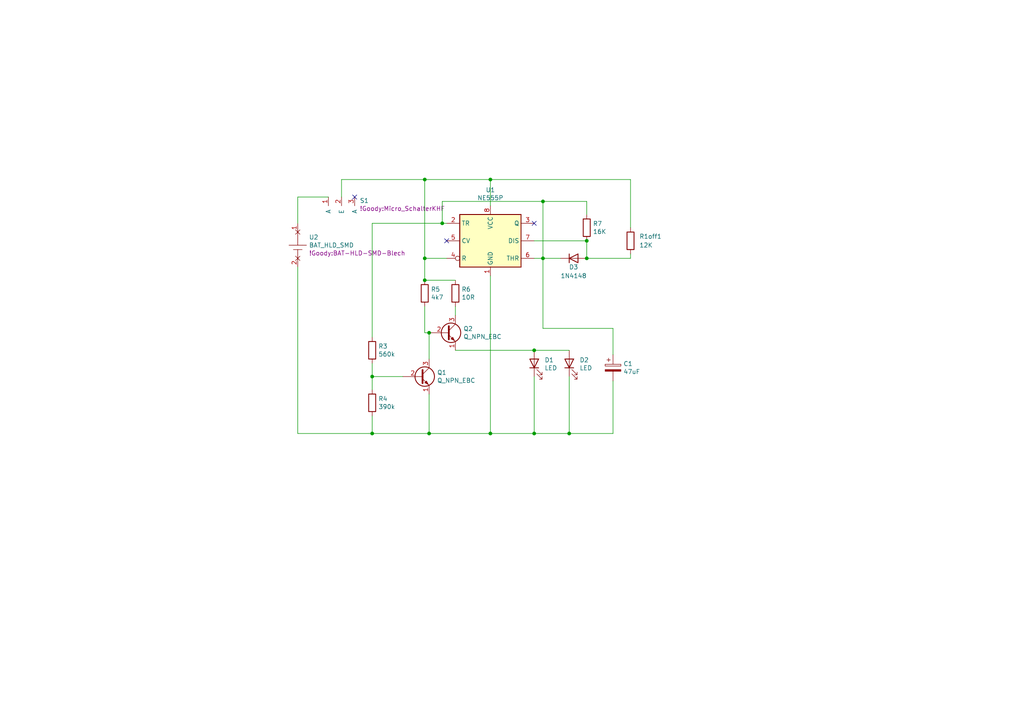
<source format=kicad_sch>
(kicad_sch
	(version 20250114)
	(generator "eeschema")
	(generator_version "9.0")
	(uuid "efb24ac0-eee7-4be9-a870-bb3dd21fc5d2")
	(paper "A4")
	(lib_symbols
		(symbol "!Goody:BAT_HLD_SMD"
			(pin_names
				(offset 1.016)
			)
			(exclude_from_sim no)
			(in_bom yes)
			(on_board yes)
			(property "Reference" "U"
				(at -5.08 0 0)
				(effects
					(font
						(size 1.27 1.27)
					)
				)
			)
			(property "Value" "BAT_HLD_SMD"
				(at -10.16 3.81 0)
				(effects
					(font
						(size 1.27 1.27)
					)
				)
			)
			(property "Footprint" "KHF_LIB:BAT-HLD-SMD"
				(at -15.24 6.35 0)
				(effects
					(font
						(size 1.27 1.27)
					)
				)
			)
			(property "Datasheet" ""
				(at -5.08 0 0)
				(effects
					(font
						(size 1.27 1.27)
					)
					(hide yes)
				)
			)
			(property "Description" "2032 SMD"
				(at 0 0 0)
				(effects
					(font
						(size 1.27 1.27)
					)
					(hide yes)
				)
			)
			(symbol "BAT_HLD_SMD_0_1"
				(rectangle
					(start -1.27 0)
					(end -2.54 0)
					(stroke
						(width 0)
						(type solid)
					)
					(fill
						(type none)
					)
				)
				(rectangle
					(start -1.27 0)
					(end 1.27 0)
					(stroke
						(width 0)
						(type solid)
					)
					(fill
						(type none)
					)
				)
				(rectangle
					(start -1.27 -1.27)
					(end 1.27 -1.27)
					(stroke
						(width 0)
						(type solid)
					)
					(fill
						(type none)
					)
				)
				(polyline
					(pts
						(xy 0 0) (xy 0 3.81)
					)
					(stroke
						(width 0)
						(type solid)
					)
					(fill
						(type none)
					)
				)
				(polyline
					(pts
						(xy 0 -3.81) (xy 0 -1.27)
					)
					(stroke
						(width 0)
						(type solid)
					)
					(fill
						(type none)
					)
				)
				(polyline
					(pts
						(xy 1.27 0) (xy 2.54 0)
					)
					(stroke
						(width 0)
						(type solid)
					)
					(fill
						(type none)
					)
				)
			)
			(symbol "BAT_HLD_SMD_1_1"
				(pin power_out non_logic
					(at 0 6.35 270)
					(length 2.54)
					(name "~"
						(effects
							(font
								(size 1.27 1.27)
							)
						)
					)
					(number "1"
						(effects
							(font
								(size 1.27 1.27)
							)
						)
					)
				)
				(pin power_out non_logic
					(at 0 -6.35 90)
					(length 2.54)
					(name "~"
						(effects
							(font
								(size 1.27 1.27)
							)
						)
					)
					(number "2"
						(effects
							(font
								(size 1.27 1.27)
							)
						)
					)
				)
			)
			(embedded_fonts no)
		)
		(symbol "!Goody:ELKO"
			(pin_numbers
				(hide yes)
			)
			(pin_names
				(offset 0.254)
			)
			(exclude_from_sim no)
			(in_bom yes)
			(on_board yes)
			(property "Reference" "C"
				(at 0.635 2.54 0)
				(effects
					(font
						(size 1.27 1.27)
					)
					(justify left)
				)
			)
			(property "Value" "ELKO"
				(at 0.635 -2.54 0)
				(effects
					(font
						(size 1.27 1.27)
					)
					(justify left)
				)
			)
			(property "Footprint" ""
				(at 0.9652 -3.81 0)
				(effects
					(font
						(size 1.27 1.27)
					)
					(hide yes)
				)
			)
			(property "Datasheet" "~"
				(at 0 0 0)
				(effects
					(font
						(size 1.27 1.27)
					)
					(hide yes)
				)
			)
			(property "Description" "ELKO"
				(at 0 0 0)
				(effects
					(font
						(size 1.27 1.27)
					)
					(hide yes)
				)
			)
			(property "ki_keywords" "cap capacitor"
				(at 0 0 0)
				(effects
					(font
						(size 1.27 1.27)
					)
					(hide yes)
				)
			)
			(property "ki_fp_filters" "CP_*"
				(at 0 0 0)
				(effects
					(font
						(size 1.27 1.27)
					)
					(hide yes)
				)
			)
			(symbol "ELKO_0_1"
				(rectangle
					(start -2.286 0.508)
					(end 2.286 1.016)
					(stroke
						(width 0)
						(type solid)
					)
					(fill
						(type none)
					)
				)
				(polyline
					(pts
						(xy -1.778 2.286) (xy -0.762 2.286)
					)
					(stroke
						(width 0)
						(type solid)
					)
					(fill
						(type none)
					)
				)
				(polyline
					(pts
						(xy -1.27 2.794) (xy -1.27 1.778)
					)
					(stroke
						(width 0)
						(type solid)
					)
					(fill
						(type none)
					)
				)
				(rectangle
					(start 2.286 -0.508)
					(end -2.286 -1.016)
					(stroke
						(width 0)
						(type solid)
					)
					(fill
						(type outline)
					)
				)
			)
			(symbol "ELKO_1_1"
				(pin passive line
					(at 0 3.81 270)
					(length 2.794)
					(name "~"
						(effects
							(font
								(size 1.27 1.27)
							)
						)
					)
					(number "1"
						(effects
							(font
								(size 1.27 1.27)
							)
						)
					)
				)
				(pin passive line
					(at 0 -3.81 90)
					(length 2.794)
					(name "~"
						(effects
							(font
								(size 1.27 1.27)
							)
						)
					)
					(number "2"
						(effects
							(font
								(size 1.27 1.27)
							)
						)
					)
				)
			)
			(embedded_fonts no)
		)
		(symbol "!Goody:LED"
			(pin_numbers
				(hide yes)
			)
			(pin_names
				(offset 1.016)
				(hide yes)
			)
			(exclude_from_sim no)
			(in_bom yes)
			(on_board yes)
			(property "Reference" "D"
				(at 0 2.54 0)
				(effects
					(font
						(size 1.27 1.27)
					)
				)
			)
			(property "Value" "LED"
				(at 2.54 -2.54 90)
				(effects
					(font
						(size 1.27 1.27)
					)
				)
			)
			(property "Footprint" "LED_THT:LED_D5.0mm"
				(at 0 5.08 0)
				(effects
					(font
						(size 1.27 1.27)
					)
					(hide yes)
				)
			)
			(property "Datasheet" ""
				(at 0 -2.54 90)
				(effects
					(font
						(size 1.27 1.27)
					)
					(hide yes)
				)
			)
			(property "Description" "LED 5mm"
				(at 0 0 0)
				(effects
					(font
						(size 1.27 1.27)
					)
					(hide yes)
				)
			)
			(property "ki_fp_filters" "LED* LED_SMD:* LED_THT:*"
				(at 0 0 0)
				(effects
					(font
						(size 1.27 1.27)
					)
					(hide yes)
				)
			)
			(symbol "LED_0_1"
				(polyline
					(pts
						(xy 0 -3.81) (xy 0 -1.27)
					)
					(stroke
						(width 0)
						(type solid)
					)
					(fill
						(type none)
					)
				)
				(polyline
					(pts
						(xy 0.762 -4.318) (xy 2.286 -5.842) (xy 2.286 -5.08) (xy 2.286 -5.842) (xy 1.524 -5.842)
					)
					(stroke
						(width 0)
						(type solid)
					)
					(fill
						(type none)
					)
				)
				(polyline
					(pts
						(xy 0.762 -5.588) (xy 2.286 -7.112) (xy 2.286 -6.35) (xy 2.286 -7.112) (xy 1.524 -7.112)
					)
					(stroke
						(width 0)
						(type solid)
					)
					(fill
						(type none)
					)
				)
				(polyline
					(pts
						(xy 1.27 -1.27) (xy -1.27 -1.27) (xy 0 -3.81) (xy 1.27 -1.27)
					)
					(stroke
						(width 0.254)
						(type solid)
					)
					(fill
						(type none)
					)
				)
				(polyline
					(pts
						(xy 1.27 -3.81) (xy -1.27 -3.81)
					)
					(stroke
						(width 0.254)
						(type solid)
					)
					(fill
						(type none)
					)
				)
			)
			(symbol "LED_1_1"
				(pin passive line
					(at 0 1.27 270)
					(length 2.54)
					(name "A"
						(effects
							(font
								(size 1.27 1.27)
							)
						)
					)
					(number "2"
						(effects
							(font
								(size 1.27 1.27)
							)
						)
					)
				)
				(pin passive line
					(at 0 -6.35 90)
					(length 2.54)
					(name "K"
						(effects
							(font
								(size 1.27 1.27)
							)
						)
					)
					(number "1"
						(effects
							(font
								(size 1.27 1.27)
							)
						)
					)
				)
			)
			(embedded_fonts no)
		)
		(symbol "!Goody:Micro_Schalter"
			(pin_names
				(offset 1.016)
			)
			(exclude_from_sim no)
			(in_bom yes)
			(on_board yes)
			(property "Reference" "S"
				(at 0 0 0)
				(effects
					(font
						(size 1.27 1.27)
					)
				)
			)
			(property "Value" "Micro_Schalter"
				(at 0 5.08 0)
				(effects
					(font
						(size 1.27 1.27)
					)
					(hide yes)
				)
			)
			(property "Footprint" "KHF_LIB:Micro_SchalterKHF"
				(at 0 0 0)
				(effects
					(font
						(size 1.27 1.27)
					)
				)
			)
			(property "Datasheet" ""
				(at 0 0 0)
				(effects
					(font
						(size 1.27 1.27)
					)
					(hide yes)
				)
			)
			(property "Description" "Micro_Schalter"
				(at 0 0 0)
				(effects
					(font
						(size 1.27 1.27)
					)
					(hide yes)
				)
			)
			(symbol "Micro_Schalter_1_1"
				(pin passive line
					(at -3.81 -2.54 270)
					(length 2.54)
					(name "A"
						(effects
							(font
								(size 1.27 1.27)
							)
						)
					)
					(number "1"
						(effects
							(font
								(size 1.27 1.27)
							)
						)
					)
				)
				(pin passive line
					(at 0 -2.54 270)
					(length 2.54)
					(name "E"
						(effects
							(font
								(size 1.27 1.27)
							)
						)
					)
					(number "2"
						(effects
							(font
								(size 1.27 1.27)
							)
						)
					)
				)
				(pin passive line
					(at 3.81 -2.54 270)
					(length 2.54)
					(name "A"
						(effects
							(font
								(size 1.27 1.27)
							)
						)
					)
					(number "3"
						(effects
							(font
								(size 1.27 1.27)
							)
						)
					)
				)
			)
			(embedded_fonts no)
		)
		(symbol "!Goody:R"
			(pin_numbers
				(hide yes)
			)
			(pin_names
				(offset 0)
			)
			(exclude_from_sim no)
			(in_bom yes)
			(on_board yes)
			(property "Reference" "R"
				(at 2.032 0 90)
				(effects
					(font
						(size 1.27 1.27)
					)
				)
			)
			(property "Value" "R"
				(at 0 0 90)
				(effects
					(font
						(size 1.27 1.27)
					)
				)
			)
			(property "Footprint" "Resistor_THT:R_Axial_DIN0411_L9.9mm_D3.6mm_P12.70mm_Horizontal"
				(at -1.778 0 90)
				(effects
					(font
						(size 1.27 1.27)
					)
					(hide yes)
				)
			)
			(property "Datasheet" "~"
				(at 0 0 0)
				(effects
					(font
						(size 1.27 1.27)
					)
					(hide yes)
				)
			)
			(property "Description" "Resistor"
				(at 0 0 0)
				(effects
					(font
						(size 1.27 1.27)
					)
					(hide yes)
				)
			)
			(property "ki_keywords" "R res resistor"
				(at 0 0 0)
				(effects
					(font
						(size 1.27 1.27)
					)
					(hide yes)
				)
			)
			(property "ki_fp_filters" "R_*"
				(at 0 0 0)
				(effects
					(font
						(size 1.27 1.27)
					)
					(hide yes)
				)
			)
			(symbol "R_0_1"
				(rectangle
					(start -1.016 -2.54)
					(end 1.016 2.54)
					(stroke
						(width 0.254)
						(type solid)
					)
					(fill
						(type none)
					)
				)
			)
			(symbol "R_1_1"
				(pin passive line
					(at 0 3.81 270)
					(length 1.27)
					(name "~"
						(effects
							(font
								(size 1.27 1.27)
							)
						)
					)
					(number "1"
						(effects
							(font
								(size 1.27 1.27)
							)
						)
					)
				)
				(pin passive line
					(at 0 -3.81 90)
					(length 1.27)
					(name "~"
						(effects
							(font
								(size 1.27 1.27)
							)
						)
					)
					(number "2"
						(effects
							(font
								(size 1.27 1.27)
							)
						)
					)
				)
			)
			(embedded_fonts no)
		)
		(symbol "Device:Q_NPN_EBC"
			(pin_names
				(offset 0)
				(hide yes)
			)
			(exclude_from_sim no)
			(in_bom yes)
			(on_board yes)
			(property "Reference" "Q"
				(at 5.08 1.27 0)
				(effects
					(font
						(size 1.27 1.27)
					)
					(justify left)
				)
			)
			(property "Value" "Q_NPN_EBC"
				(at 5.08 -1.27 0)
				(effects
					(font
						(size 1.27 1.27)
					)
					(justify left)
				)
			)
			(property "Footprint" ""
				(at 5.08 2.54 0)
				(effects
					(font
						(size 1.27 1.27)
					)
					(hide yes)
				)
			)
			(property "Datasheet" "~"
				(at 0 0 0)
				(effects
					(font
						(size 1.27 1.27)
					)
					(hide yes)
				)
			)
			(property "Description" "NPN transistor, emitter/base/collector"
				(at 0 0 0)
				(effects
					(font
						(size 1.27 1.27)
					)
					(hide yes)
				)
			)
			(property "ki_keywords" "transistor NPN"
				(at 0 0 0)
				(effects
					(font
						(size 1.27 1.27)
					)
					(hide yes)
				)
			)
			(symbol "Q_NPN_EBC_0_1"
				(polyline
					(pts
						(xy 0.635 1.905) (xy 0.635 -1.905) (xy 0.635 -1.905)
					)
					(stroke
						(width 0.508)
						(type default)
					)
					(fill
						(type none)
					)
				)
				(polyline
					(pts
						(xy 0.635 0.635) (xy 2.54 2.54)
					)
					(stroke
						(width 0)
						(type default)
					)
					(fill
						(type none)
					)
				)
				(polyline
					(pts
						(xy 0.635 -0.635) (xy 2.54 -2.54) (xy 2.54 -2.54)
					)
					(stroke
						(width 0)
						(type default)
					)
					(fill
						(type none)
					)
				)
				(circle
					(center 1.27 0)
					(radius 2.8194)
					(stroke
						(width 0.254)
						(type default)
					)
					(fill
						(type none)
					)
				)
				(polyline
					(pts
						(xy 1.27 -1.778) (xy 1.778 -1.27) (xy 2.286 -2.286) (xy 1.27 -1.778) (xy 1.27 -1.778)
					)
					(stroke
						(width 0)
						(type default)
					)
					(fill
						(type outline)
					)
				)
			)
			(symbol "Q_NPN_EBC_1_1"
				(pin passive line
					(at -5.08 0 0)
					(length 5.715)
					(name "B"
						(effects
							(font
								(size 1.27 1.27)
							)
						)
					)
					(number "2"
						(effects
							(font
								(size 1.27 1.27)
							)
						)
					)
				)
				(pin passive line
					(at 2.54 5.08 270)
					(length 2.54)
					(name "C"
						(effects
							(font
								(size 1.27 1.27)
							)
						)
					)
					(number "3"
						(effects
							(font
								(size 1.27 1.27)
							)
						)
					)
				)
				(pin passive line
					(at 2.54 -5.08 90)
					(length 2.54)
					(name "E"
						(effects
							(font
								(size 1.27 1.27)
							)
						)
					)
					(number "1"
						(effects
							(font
								(size 1.27 1.27)
							)
						)
					)
				)
			)
			(embedded_fonts no)
		)
		(symbol "Diode:1N4148"
			(pin_numbers
				(hide yes)
			)
			(pin_names
				(hide yes)
			)
			(exclude_from_sim no)
			(in_bom yes)
			(on_board yes)
			(property "Reference" "D"
				(at 0 2.54 0)
				(effects
					(font
						(size 1.27 1.27)
					)
				)
			)
			(property "Value" "1N4148"
				(at 0 -2.54 0)
				(effects
					(font
						(size 1.27 1.27)
					)
				)
			)
			(property "Footprint" "Diode_THT:D_DO-35_SOD27_P7.62mm_Horizontal"
				(at 0 0 0)
				(effects
					(font
						(size 1.27 1.27)
					)
					(hide yes)
				)
			)
			(property "Datasheet" "https://assets.nexperia.com/documents/data-sheet/1N4148_1N4448.pdf"
				(at 0 0 0)
				(effects
					(font
						(size 1.27 1.27)
					)
					(hide yes)
				)
			)
			(property "Description" "100V 0.15A standard switching diode, DO-35"
				(at 0 0 0)
				(effects
					(font
						(size 1.27 1.27)
					)
					(hide yes)
				)
			)
			(property "Sim.Device" "D"
				(at 0 0 0)
				(effects
					(font
						(size 1.27 1.27)
					)
					(hide yes)
				)
			)
			(property "Sim.Pins" "1=K 2=A"
				(at 0 0 0)
				(effects
					(font
						(size 1.27 1.27)
					)
					(hide yes)
				)
			)
			(property "ki_keywords" "diode"
				(at 0 0 0)
				(effects
					(font
						(size 1.27 1.27)
					)
					(hide yes)
				)
			)
			(property "ki_fp_filters" "D*DO?35*"
				(at 0 0 0)
				(effects
					(font
						(size 1.27 1.27)
					)
					(hide yes)
				)
			)
			(symbol "1N4148_0_1"
				(polyline
					(pts
						(xy -1.27 1.27) (xy -1.27 -1.27)
					)
					(stroke
						(width 0.254)
						(type default)
					)
					(fill
						(type none)
					)
				)
				(polyline
					(pts
						(xy 1.27 1.27) (xy 1.27 -1.27) (xy -1.27 0) (xy 1.27 1.27)
					)
					(stroke
						(width 0.254)
						(type default)
					)
					(fill
						(type none)
					)
				)
				(polyline
					(pts
						(xy 1.27 0) (xy -1.27 0)
					)
					(stroke
						(width 0)
						(type default)
					)
					(fill
						(type none)
					)
				)
			)
			(symbol "1N4148_1_1"
				(pin passive line
					(at -3.81 0 0)
					(length 2.54)
					(name "K"
						(effects
							(font
								(size 1.27 1.27)
							)
						)
					)
					(number "1"
						(effects
							(font
								(size 1.27 1.27)
							)
						)
					)
				)
				(pin passive line
					(at 3.81 0 180)
					(length 2.54)
					(name "A"
						(effects
							(font
								(size 1.27 1.27)
							)
						)
					)
					(number "2"
						(effects
							(font
								(size 1.27 1.27)
							)
						)
					)
				)
			)
			(embedded_fonts no)
		)
		(symbol "Timer:NE555P"
			(exclude_from_sim no)
			(in_bom yes)
			(on_board yes)
			(property "Reference" "U"
				(at -10.16 8.89 0)
				(effects
					(font
						(size 1.27 1.27)
					)
					(justify left)
				)
			)
			(property "Value" "NE555P"
				(at 2.54 8.89 0)
				(effects
					(font
						(size 1.27 1.27)
					)
					(justify left)
				)
			)
			(property "Footprint" "Package_DIP:DIP-8_W7.62mm"
				(at 16.51 -10.16 0)
				(effects
					(font
						(size 1.27 1.27)
					)
					(hide yes)
				)
			)
			(property "Datasheet" "http://www.ti.com/lit/ds/symlink/ne555.pdf"
				(at 21.59 -10.16 0)
				(effects
					(font
						(size 1.27 1.27)
					)
					(hide yes)
				)
			)
			(property "Description" "Precision Timers, 555 compatible,  PDIP-8"
				(at 0 0 0)
				(effects
					(font
						(size 1.27 1.27)
					)
					(hide yes)
				)
			)
			(property "ki_keywords" "single timer 555"
				(at 0 0 0)
				(effects
					(font
						(size 1.27 1.27)
					)
					(hide yes)
				)
			)
			(property "ki_fp_filters" "DIP*W7.62mm*"
				(at 0 0 0)
				(effects
					(font
						(size 1.27 1.27)
					)
					(hide yes)
				)
			)
			(symbol "NE555P_0_0"
				(pin power_in line
					(at 0 10.16 270)
					(length 2.54)
					(name "VCC"
						(effects
							(font
								(size 1.27 1.27)
							)
						)
					)
					(number "8"
						(effects
							(font
								(size 1.27 1.27)
							)
						)
					)
				)
				(pin power_in line
					(at 0 -10.16 90)
					(length 2.54)
					(name "GND"
						(effects
							(font
								(size 1.27 1.27)
							)
						)
					)
					(number "1"
						(effects
							(font
								(size 1.27 1.27)
							)
						)
					)
				)
			)
			(symbol "NE555P_0_1"
				(rectangle
					(start -8.89 -7.62)
					(end 8.89 7.62)
					(stroke
						(width 0.254)
						(type default)
					)
					(fill
						(type background)
					)
				)
				(rectangle
					(start -8.89 -7.62)
					(end 8.89 7.62)
					(stroke
						(width 0.254)
						(type default)
					)
					(fill
						(type background)
					)
				)
			)
			(symbol "NE555P_1_1"
				(pin input line
					(at -12.7 5.08 0)
					(length 3.81)
					(name "TR"
						(effects
							(font
								(size 1.27 1.27)
							)
						)
					)
					(number "2"
						(effects
							(font
								(size 1.27 1.27)
							)
						)
					)
				)
				(pin input line
					(at -12.7 0 0)
					(length 3.81)
					(name "CV"
						(effects
							(font
								(size 1.27 1.27)
							)
						)
					)
					(number "5"
						(effects
							(font
								(size 1.27 1.27)
							)
						)
					)
				)
				(pin input inverted
					(at -12.7 -5.08 0)
					(length 3.81)
					(name "R"
						(effects
							(font
								(size 1.27 1.27)
							)
						)
					)
					(number "4"
						(effects
							(font
								(size 1.27 1.27)
							)
						)
					)
				)
				(pin output line
					(at 12.7 5.08 180)
					(length 3.81)
					(name "Q"
						(effects
							(font
								(size 1.27 1.27)
							)
						)
					)
					(number "3"
						(effects
							(font
								(size 1.27 1.27)
							)
						)
					)
				)
				(pin input line
					(at 12.7 0 180)
					(length 3.81)
					(name "DIS"
						(effects
							(font
								(size 1.27 1.27)
							)
						)
					)
					(number "7"
						(effects
							(font
								(size 1.27 1.27)
							)
						)
					)
				)
				(pin input line
					(at 12.7 -5.08 180)
					(length 3.81)
					(name "THR"
						(effects
							(font
								(size 1.27 1.27)
							)
						)
					)
					(number "6"
						(effects
							(font
								(size 1.27 1.27)
							)
						)
					)
				)
			)
			(embedded_fonts no)
		)
	)
	(junction
		(at 123.19 81.28)
		(diameter 0)
		(color 0 0 0 0)
		(uuid "07dfc361-5f02-4f18-8b61-10891f64c4c7")
	)
	(junction
		(at 154.94 125.73)
		(diameter 0)
		(color 0 0 0 0)
		(uuid "0f03da43-3f8d-4d38-bca1-0952f1e9a4ce")
	)
	(junction
		(at 123.19 52.07)
		(diameter 0)
		(color 0 0 0 0)
		(uuid "13fd831d-7629-437d-82dd-8181cba65334")
	)
	(junction
		(at 142.24 52.07)
		(diameter 0)
		(color 0 0 0 0)
		(uuid "1aa1da14-e4c4-45e4-98a5-7b8a2b4d3672")
	)
	(junction
		(at 157.48 58.42)
		(diameter 0)
		(color 0 0 0 0)
		(uuid "24310715-f841-4345-a21e-fff50b2bead1")
	)
	(junction
		(at 170.18 69.85)
		(diameter 0)
		(color 0 0 0 0)
		(uuid "257c07d3-b726-4e49-930a-6799d32c4f86")
	)
	(junction
		(at 124.46 96.52)
		(diameter 0)
		(color 0 0 0 0)
		(uuid "4040e5d3-be64-4d52-8ac7-d4df85b67f96")
	)
	(junction
		(at 142.24 125.73)
		(diameter 0)
		(color 0 0 0 0)
		(uuid "447d7687-4afa-4dcf-84c9-0bbebffad55b")
	)
	(junction
		(at 154.94 101.6)
		(diameter 0)
		(color 0 0 0 0)
		(uuid "5a1728fa-22cf-4413-8183-4b44a26c1056")
	)
	(junction
		(at 165.1 125.73)
		(diameter 0)
		(color 0 0 0 0)
		(uuid "64affbb4-1bd3-4397-b687-f072ce975c55")
	)
	(junction
		(at 124.46 125.73)
		(diameter 0)
		(color 0 0 0 0)
		(uuid "77e9f318-bbc5-4857-b439-175bc899d2a8")
	)
	(junction
		(at 123.19 74.93)
		(diameter 0)
		(color 0 0 0 0)
		(uuid "7bb2e60a-23f5-4bbf-a84e-dfcafa37a935")
	)
	(junction
		(at 170.18 74.93)
		(diameter 0)
		(color 0 0 0 0)
		(uuid "8365cd45-428c-401e-9312-b7cb80f66225")
	)
	(junction
		(at 157.48 74.93)
		(diameter 0)
		(color 0 0 0 0)
		(uuid "88ec9e1f-d4a8-4906-b58e-af17201b04ab")
	)
	(junction
		(at 107.95 109.22)
		(diameter 0)
		(color 0 0 0 0)
		(uuid "a4d13cac-0413-41b5-a3a3-1ac3c30fbe2b")
	)
	(junction
		(at 128.27 64.77)
		(diameter 0)
		(color 0 0 0 0)
		(uuid "bd7a5d2f-000e-46a8-9b34-3fc9c63da694")
	)
	(junction
		(at 107.95 125.73)
		(diameter 0)
		(color 0 0 0 0)
		(uuid "bedb049f-22cc-4c9a-81e0-2148238976c1")
	)
	(no_connect
		(at 129.54 69.85)
		(uuid "8fe767d4-f510-438f-a43e-7b6f61083d31")
	)
	(no_connect
		(at 154.94 64.77)
		(uuid "9929c072-2f19-433b-a1bf-8eb11e5124ba")
	)
	(no_connect
		(at 102.87 57.15)
		(uuid "ed149687-c400-4af9-a814-e24fcc337913")
	)
	(wire
		(pts
			(xy 123.19 88.9) (xy 123.19 96.52)
		)
		(stroke
			(width 0)
			(type default)
		)
		(uuid "01552593-c50c-4576-b15d-e92aa3e4150d")
	)
	(wire
		(pts
			(xy 170.18 58.42) (xy 157.48 58.42)
		)
		(stroke
			(width 0)
			(type default)
		)
		(uuid "07e9293e-b673-407b-af91-1684d7fe7af7")
	)
	(wire
		(pts
			(xy 99.06 57.15) (xy 99.06 52.07)
		)
		(stroke
			(width 0)
			(type default)
		)
		(uuid "0dacc59f-e5df-4f0a-8ec6-1487f737ede8")
	)
	(wire
		(pts
			(xy 162.56 74.93) (xy 157.48 74.93)
		)
		(stroke
			(width 0)
			(type default)
		)
		(uuid "0f3f81ba-0dc6-48ec-8e12-7d8785cac964")
	)
	(wire
		(pts
			(xy 142.24 80.01) (xy 142.24 125.73)
		)
		(stroke
			(width 0)
			(type default)
		)
		(uuid "14ac0c38-036e-4991-837c-468d242fb44d")
	)
	(wire
		(pts
			(xy 132.08 91.44) (xy 132.08 88.9)
		)
		(stroke
			(width 0)
			(type default)
		)
		(uuid "17820379-4e98-4148-9c46-a4bb9ce4253c")
	)
	(wire
		(pts
			(xy 86.36 125.73) (xy 107.95 125.73)
		)
		(stroke
			(width 0)
			(type default)
		)
		(uuid "189a34b2-d211-4604-87f9-774c668fa13c")
	)
	(wire
		(pts
			(xy 107.95 64.77) (xy 107.95 97.79)
		)
		(stroke
			(width 0)
			(type default)
		)
		(uuid "29135de5-1580-483f-a226-1fbbab05685e")
	)
	(wire
		(pts
			(xy 142.24 52.07) (xy 142.24 59.69)
		)
		(stroke
			(width 0)
			(type default)
		)
		(uuid "320efe57-d391-45f6-811b-54b2a90d88da")
	)
	(wire
		(pts
			(xy 154.94 109.22) (xy 154.94 125.73)
		)
		(stroke
			(width 0)
			(type default)
		)
		(uuid "36b58019-e9d2-4fae-8377-898b492d13de")
	)
	(wire
		(pts
			(xy 154.94 69.85) (xy 170.18 69.85)
		)
		(stroke
			(width 0)
			(type default)
		)
		(uuid "3a80eeea-f06a-4e6f-bc30-0b2c0b08a926")
	)
	(wire
		(pts
			(xy 107.95 109.22) (xy 107.95 105.41)
		)
		(stroke
			(width 0)
			(type default)
		)
		(uuid "3bcf4ca9-ad9a-4ffa-9b62-0a45bae17013")
	)
	(wire
		(pts
			(xy 182.88 74.93) (xy 182.88 73.66)
		)
		(stroke
			(width 0)
			(type default)
		)
		(uuid "46b2c5fe-eacf-48e0-a395-1192bd92a098")
	)
	(wire
		(pts
			(xy 107.95 64.77) (xy 128.27 64.77)
		)
		(stroke
			(width 0)
			(type default)
		)
		(uuid "4d7f2c22-2176-4791-a720-464fb61ce805")
	)
	(wire
		(pts
			(xy 124.46 96.52) (xy 124.46 104.14)
		)
		(stroke
			(width 0)
			(type default)
		)
		(uuid "4dd30f27-cc80-4ebc-a174-3410d13cd488")
	)
	(wire
		(pts
			(xy 157.48 74.93) (xy 157.48 58.42)
		)
		(stroke
			(width 0)
			(type default)
		)
		(uuid "5226cd95-ba79-445f-ad2e-31c65ff2ea21")
	)
	(wire
		(pts
			(xy 157.48 74.93) (xy 154.94 74.93)
		)
		(stroke
			(width 0)
			(type default)
		)
		(uuid "558f93ca-5151-412a-9e5b-2960956534df")
	)
	(wire
		(pts
			(xy 95.25 57.15) (xy 86.36 57.15)
		)
		(stroke
			(width 0)
			(type default)
		)
		(uuid "55e74072-c70a-4aae-a6f3-85759053a838")
	)
	(wire
		(pts
			(xy 107.95 120.65) (xy 107.95 125.73)
		)
		(stroke
			(width 0)
			(type default)
		)
		(uuid "5a010340-ea77-443f-9b59-c6c6738d2593")
	)
	(wire
		(pts
			(xy 124.46 125.73) (xy 142.24 125.73)
		)
		(stroke
			(width 0)
			(type default)
		)
		(uuid "5babdd01-d2bb-442a-8007-86ddf8c50f8e")
	)
	(wire
		(pts
			(xy 154.94 125.73) (xy 165.1 125.73)
		)
		(stroke
			(width 0)
			(type default)
		)
		(uuid "62ddc259-4d96-4dc4-9cbb-2b0017ec28a4")
	)
	(wire
		(pts
			(xy 123.19 81.28) (xy 123.19 74.93)
		)
		(stroke
			(width 0)
			(type default)
		)
		(uuid "6d53b8a5-0032-4ea8-a867-695acd5929ac")
	)
	(wire
		(pts
			(xy 177.8 125.73) (xy 165.1 125.73)
		)
		(stroke
			(width 0)
			(type default)
		)
		(uuid "6d89867e-884c-4e02-b264-179eb1c1786b")
	)
	(wire
		(pts
			(xy 170.18 74.93) (xy 182.88 74.93)
		)
		(stroke
			(width 0)
			(type default)
		)
		(uuid "6f28e926-eede-4084-a65f-6446d42a922f")
	)
	(wire
		(pts
			(xy 157.48 95.25) (xy 177.8 95.25)
		)
		(stroke
			(width 0)
			(type default)
		)
		(uuid "72e05f7a-da43-4e49-a0cd-55fc13867fb0")
	)
	(wire
		(pts
			(xy 86.36 77.47) (xy 86.36 125.73)
		)
		(stroke
			(width 0)
			(type default)
		)
		(uuid "736e5d4b-5805-4c6c-a1e2-c581db71795e")
	)
	(wire
		(pts
			(xy 107.95 113.03) (xy 107.95 109.22)
		)
		(stroke
			(width 0)
			(type default)
		)
		(uuid "7597688b-51d6-4457-8144-d4fb61200ac5")
	)
	(wire
		(pts
			(xy 86.36 57.15) (xy 86.36 64.77)
		)
		(stroke
			(width 0)
			(type default)
		)
		(uuid "79f77e41-963b-4d6f-95e0-e9de690cccb2")
	)
	(wire
		(pts
			(xy 123.19 52.07) (xy 142.24 52.07)
		)
		(stroke
			(width 0)
			(type default)
		)
		(uuid "7c6b1c03-f0da-49e6-819a-6312cdf296fe")
	)
	(wire
		(pts
			(xy 157.48 58.42) (xy 128.27 58.42)
		)
		(stroke
			(width 0)
			(type default)
		)
		(uuid "7d48f398-440e-4023-9f09-f356f5b10b4a")
	)
	(wire
		(pts
			(xy 154.94 101.6) (xy 132.08 101.6)
		)
		(stroke
			(width 0)
			(type default)
		)
		(uuid "83eb6402-25c8-45f5-8f62-87f84dbade66")
	)
	(wire
		(pts
			(xy 142.24 125.73) (xy 154.94 125.73)
		)
		(stroke
			(width 0)
			(type default)
		)
		(uuid "925290e9-f9f0-4c6d-93e3-506cebf9eaf1")
	)
	(wire
		(pts
			(xy 157.48 74.93) (xy 157.48 95.25)
		)
		(stroke
			(width 0)
			(type default)
		)
		(uuid "9d645048-fbc7-4265-b9ba-eaf8206c1b35")
	)
	(wire
		(pts
			(xy 116.84 109.22) (xy 107.95 109.22)
		)
		(stroke
			(width 0)
			(type default)
		)
		(uuid "a29c8a14-8c35-4aa0-bfe1-7073f7a0154e")
	)
	(wire
		(pts
			(xy 123.19 96.52) (xy 124.46 96.52)
		)
		(stroke
			(width 0)
			(type default)
		)
		(uuid "a56b1457-9c32-4a0b-9650-77424f6568d0")
	)
	(wire
		(pts
			(xy 129.54 74.93) (xy 123.19 74.93)
		)
		(stroke
			(width 0)
			(type default)
		)
		(uuid "aeccbb1a-3877-4148-8540-742c4ed3da12")
	)
	(wire
		(pts
			(xy 142.24 52.07) (xy 182.88 52.07)
		)
		(stroke
			(width 0)
			(type default)
		)
		(uuid "aefabc01-57bf-4868-982b-8e3830a7eaf2")
	)
	(wire
		(pts
			(xy 170.18 69.85) (xy 170.18 74.93)
		)
		(stroke
			(width 0)
			(type default)
		)
		(uuid "b4ec706e-a127-4c99-bc04-536b38e383ab")
	)
	(wire
		(pts
			(xy 182.88 52.07) (xy 182.88 66.04)
		)
		(stroke
			(width 0)
			(type default)
		)
		(uuid "bac08ec9-bbc4-4ffc-b8fd-7e5746f68649")
	)
	(wire
		(pts
			(xy 123.19 74.93) (xy 123.19 52.07)
		)
		(stroke
			(width 0)
			(type default)
		)
		(uuid "c335f529-43d8-4b87-bf44-8eafadac55e4")
	)
	(wire
		(pts
			(xy 99.06 52.07) (xy 123.19 52.07)
		)
		(stroke
			(width 0)
			(type default)
		)
		(uuid "c84b4f85-4a89-4bf2-b88e-6756d5dc3ddb")
	)
	(wire
		(pts
			(xy 128.27 58.42) (xy 128.27 64.77)
		)
		(stroke
			(width 0)
			(type default)
		)
		(uuid "cd14476d-5601-4b7b-a2de-009f4319b458")
	)
	(wire
		(pts
			(xy 170.18 62.23) (xy 170.18 58.42)
		)
		(stroke
			(width 0)
			(type default)
		)
		(uuid "d30f0864-760c-4c18-869e-38aa449cff38")
	)
	(wire
		(pts
			(xy 177.8 95.25) (xy 177.8 102.87)
		)
		(stroke
			(width 0)
			(type default)
		)
		(uuid "de389964-f632-424a-8cd4-b541dde8fd91")
	)
	(wire
		(pts
			(xy 132.08 81.28) (xy 123.19 81.28)
		)
		(stroke
			(width 0)
			(type default)
		)
		(uuid "e067b8b8-8fff-4681-997b-e217abd1599a")
	)
	(wire
		(pts
			(xy 124.46 114.3) (xy 124.46 125.73)
		)
		(stroke
			(width 0)
			(type default)
		)
		(uuid "e1e37fb3-587a-41f8-8b32-ea025c2bedb9")
	)
	(wire
		(pts
			(xy 177.8 110.49) (xy 177.8 125.73)
		)
		(stroke
			(width 0)
			(type default)
		)
		(uuid "e7ca6049-3716-47e9-8680-c541b8fd2eb7")
	)
	(wire
		(pts
			(xy 107.95 125.73) (xy 124.46 125.73)
		)
		(stroke
			(width 0)
			(type default)
		)
		(uuid "ee6f80a4-2076-4ce9-b7e2-77cbeae8b304")
	)
	(wire
		(pts
			(xy 154.94 101.6) (xy 165.1 101.6)
		)
		(stroke
			(width 0)
			(type default)
		)
		(uuid "f55d66e4-c6ff-4050-a93d-f5a8b7e7e58b")
	)
	(wire
		(pts
			(xy 165.1 125.73) (xy 165.1 109.22)
		)
		(stroke
			(width 0)
			(type default)
		)
		(uuid "f9763063-fb08-49ee-9996-3319f38caf31")
	)
	(wire
		(pts
			(xy 128.27 64.77) (xy 129.54 64.77)
		)
		(stroke
			(width 0)
			(type default)
		)
		(uuid "fbdebf0b-0564-4355-825a-7c4c8a810457")
	)
	(symbol
		(lib_id "Timer:NE555P")
		(at 142.24 69.85 0)
		(unit 1)
		(exclude_from_sim no)
		(in_bom yes)
		(on_board yes)
		(dnp no)
		(uuid "00000000-0000-0000-0000-000064f9f70a")
		(property "Reference" "U1"
			(at 142.24 55.0926 0)
			(effects
				(font
					(size 1.27 1.27)
				)
			)
		)
		(property "Value" "NE555P"
			(at 142.24 57.404 0)
			(effects
				(font
					(size 1.27 1.27)
				)
			)
		)
		(property "Footprint" "Package_DIP:DIP-8_W7.62mm"
			(at 158.75 80.01 0)
			(effects
				(font
					(size 1.27 1.27)
				)
				(hide yes)
			)
		)
		(property "Datasheet" "http://www.ti.com/lit/ds/symlink/ne555.pdf"
			(at 163.83 80.01 0)
			(effects
				(font
					(size 1.27 1.27)
				)
				(hide yes)
			)
		)
		(property "Description" ""
			(at 142.24 69.85 0)
			(effects
				(font
					(size 1.27 1.27)
				)
			)
		)
		(pin "1"
			(uuid "74da7e86-810c-4641-9c88-6b7d5313d3b5")
		)
		(pin "8"
			(uuid "82781818-99dc-4d08-85d7-46dded14e09e")
		)
		(pin "2"
			(uuid "e62b6303-9aaf-44ae-bc70-322bdb6f96e7")
		)
		(pin "3"
			(uuid "cfc6f40a-2cec-48b5-8729-2e11e2055231")
		)
		(pin "4"
			(uuid "c98748ed-9613-4c27-8435-867b0ff98bbf")
		)
		(pin "5"
			(uuid "57bd1888-210c-4a43-84a5-a5601f71e698")
		)
		(pin "6"
			(uuid "540247ba-b4f2-492e-a559-48d695fc28f0")
		)
		(pin "7"
			(uuid "2bdc23b6-88b7-41ca-a97d-0666bc8e85f3")
		)
		(instances
			(project "Krokodil"
				(path "/efb24ac0-eee7-4be9-a870-bb3dd21fc5d2"
					(reference "U1")
					(unit 1)
				)
			)
		)
	)
	(symbol
		(lib_id "Diode:1N4148")
		(at 166.37 74.93 0)
		(unit 1)
		(exclude_from_sim no)
		(in_bom yes)
		(on_board yes)
		(dnp no)
		(uuid "00000000-0000-0000-0000-000064f9ff5a")
		(property "Reference" "D3"
			(at 166.37 77.47 0)
			(effects
				(font
					(size 1.27 1.27)
				)
			)
		)
		(property "Value" "1N4148"
			(at 166.37 80.01 0)
			(effects
				(font
					(size 1.27 1.27)
				)
			)
		)
		(property "Footprint" "!Goody:1N4147_P7.62mm_Horizontal"
			(at 166.37 79.375 0)
			(effects
				(font
					(size 1.27 1.27)
				)
				(hide yes)
			)
		)
		(property "Datasheet" "https://assets.nexperia.com/documents/data-sheet/1N4148_1N4448.pdf"
			(at 166.37 74.93 0)
			(effects
				(font
					(size 1.27 1.27)
				)
				(hide yes)
			)
		)
		(property "Description" ""
			(at 166.37 74.93 0)
			(effects
				(font
					(size 1.27 1.27)
				)
			)
		)
		(pin "1"
			(uuid "37370d77-697d-4bff-856b-4c6fd6f27aad")
		)
		(pin "2"
			(uuid "5d51d78e-13d8-47d3-bce1-f9e20a41291d")
		)
		(instances
			(project "Krokodil"
				(path "/efb24ac0-eee7-4be9-a870-bb3dd21fc5d2"
					(reference "D3")
					(unit 1)
				)
			)
		)
	)
	(symbol
		(lib_id "!Goody:ELKO")
		(at 177.8 106.68 0)
		(unit 1)
		(exclude_from_sim no)
		(in_bom yes)
		(on_board yes)
		(dnp no)
		(uuid "00000000-0000-0000-0000-000064fa140e")
		(property "Reference" "C1"
			(at 180.7972 105.5116 0)
			(effects
				(font
					(size 1.27 1.27)
				)
				(justify left)
			)
		)
		(property "Value" "47uF"
			(at 180.7972 107.823 0)
			(effects
				(font
					(size 1.27 1.27)
				)
				(justify left)
			)
		)
		(property "Footprint" "!Goody:C_Radial_D6.3mm_P2.50mm"
			(at 178.7652 110.49 0)
			(effects
				(font
					(size 1.27 1.27)
				)
				(hide yes)
			)
		)
		(property "Datasheet" "~"
			(at 177.8 106.68 0)
			(effects
				(font
					(size 1.27 1.27)
				)
				(hide yes)
			)
		)
		(property "Description" ""
			(at 177.8 106.68 0)
			(effects
				(font
					(size 1.27 1.27)
				)
			)
		)
		(pin "1"
			(uuid "cc7a2b9e-36bf-494c-b880-a2ffc6e74bbc")
		)
		(pin "2"
			(uuid "45431d58-9c01-4cc0-86e1-4d5348bf4fa6")
		)
		(instances
			(project "Krokodil"
				(path "/efb24ac0-eee7-4be9-a870-bb3dd21fc5d2"
					(reference "C1")
					(unit 1)
				)
			)
		)
	)
	(symbol
		(lib_id "!Goody:R")
		(at 107.95 101.6 0)
		(unit 1)
		(exclude_from_sim no)
		(in_bom yes)
		(on_board yes)
		(dnp no)
		(uuid "00000000-0000-0000-0000-000064fa24a9")
		(property "Reference" "R3"
			(at 109.728 100.4316 0)
			(effects
				(font
					(size 1.27 1.27)
				)
				(justify left)
			)
		)
		(property "Value" "560k"
			(at 109.728 102.743 0)
			(effects
				(font
					(size 1.27 1.27)
				)
				(justify left)
			)
		)
		(property "Footprint" "Resistor_THT:R_Axial_DIN0207_L6.3mm_D2.5mm_P10.16mm_Horizontal"
			(at 106.172 101.6 90)
			(effects
				(font
					(size 1.27 1.27)
				)
				(hide yes)
			)
		)
		(property "Datasheet" "~"
			(at 107.95 101.6 0)
			(effects
				(font
					(size 1.27 1.27)
				)
				(hide yes)
			)
		)
		(property "Description" ""
			(at 107.95 101.6 0)
			(effects
				(font
					(size 1.27 1.27)
				)
			)
		)
		(pin "1"
			(uuid "37da9d2a-80cf-433d-8cb0-19a026ff6e1c")
		)
		(pin "2"
			(uuid "b8ab7582-e1b8-474b-8862-15918d7429a9")
		)
		(instances
			(project "Krokodil"
				(path "/efb24ac0-eee7-4be9-a870-bb3dd21fc5d2"
					(reference "R3")
					(unit 1)
				)
			)
		)
	)
	(symbol
		(lib_id "!Goody:R")
		(at 107.95 116.84 0)
		(unit 1)
		(exclude_from_sim no)
		(in_bom yes)
		(on_board yes)
		(dnp no)
		(uuid "00000000-0000-0000-0000-000064fa3399")
		(property "Reference" "R4"
			(at 109.728 115.6716 0)
			(effects
				(font
					(size 1.27 1.27)
				)
				(justify left)
			)
		)
		(property "Value" "390k"
			(at 109.728 117.983 0)
			(effects
				(font
					(size 1.27 1.27)
				)
				(justify left)
			)
		)
		(property "Footprint" "Resistor_THT:R_Axial_DIN0207_L6.3mm_D2.5mm_P10.16mm_Horizontal"
			(at 106.172 116.84 90)
			(effects
				(font
					(size 1.27 1.27)
				)
				(hide yes)
			)
		)
		(property "Datasheet" "~"
			(at 107.95 116.84 0)
			(effects
				(font
					(size 1.27 1.27)
				)
				(hide yes)
			)
		)
		(property "Description" ""
			(at 107.95 116.84 0)
			(effects
				(font
					(size 1.27 1.27)
				)
			)
		)
		(pin "1"
			(uuid "1e55646e-c817-4cc3-ba2e-1d9c73a2fbd9")
		)
		(pin "2"
			(uuid "f66c6906-8a08-4a63-a484-fd25b36fcd8d")
		)
		(instances
			(project "Krokodil"
				(path "/efb24ac0-eee7-4be9-a870-bb3dd21fc5d2"
					(reference "R4")
					(unit 1)
				)
			)
		)
	)
	(symbol
		(lib_id "Device:Q_NPN_EBC")
		(at 121.92 109.22 0)
		(unit 1)
		(exclude_from_sim no)
		(in_bom yes)
		(on_board yes)
		(dnp no)
		(uuid "00000000-0000-0000-0000-000064fa371b")
		(property "Reference" "Q1"
			(at 126.7714 108.0516 0)
			(effects
				(font
					(size 1.27 1.27)
				)
				(justify left)
			)
		)
		(property "Value" "Q_NPN_EBC"
			(at 126.7714 110.363 0)
			(effects
				(font
					(size 1.27 1.27)
				)
				(justify left)
			)
		)
		(property "Footprint" "!Goody:TO-92L_Wide"
			(at 127 106.68 0)
			(effects
				(font
					(size 1.27 1.27)
				)
				(hide yes)
			)
		)
		(property "Datasheet" "~"
			(at 121.92 109.22 0)
			(effects
				(font
					(size 1.27 1.27)
				)
				(hide yes)
			)
		)
		(property "Description" ""
			(at 121.92 109.22 0)
			(effects
				(font
					(size 1.27 1.27)
				)
			)
		)
		(pin "1"
			(uuid "7fa41cff-a3c9-4ad9-8563-eb01d0b7978a")
		)
		(pin "2"
			(uuid "91373526-9628-48a1-bbc2-ffb32b960ef3")
		)
		(pin "3"
			(uuid "b895d414-5d55-4657-9e61-51dca46af7d4")
		)
		(instances
			(project "Krokodil"
				(path "/efb24ac0-eee7-4be9-a870-bb3dd21fc5d2"
					(reference "Q1")
					(unit 1)
				)
			)
		)
	)
	(symbol
		(lib_id "Device:Q_NPN_EBC")
		(at 129.54 96.52 0)
		(unit 1)
		(exclude_from_sim no)
		(in_bom yes)
		(on_board yes)
		(dnp no)
		(uuid "00000000-0000-0000-0000-000064fa3d42")
		(property "Reference" "Q2"
			(at 134.3914 95.3516 0)
			(effects
				(font
					(size 1.27 1.27)
				)
				(justify left)
			)
		)
		(property "Value" "Q_NPN_EBC"
			(at 134.3914 97.663 0)
			(effects
				(font
					(size 1.27 1.27)
				)
				(justify left)
			)
		)
		(property "Footprint" "!Goody:TO-92L_Wide"
			(at 134.62 93.98 0)
			(effects
				(font
					(size 1.27 1.27)
				)
				(hide yes)
			)
		)
		(property "Datasheet" "~"
			(at 129.54 96.52 0)
			(effects
				(font
					(size 1.27 1.27)
				)
				(hide yes)
			)
		)
		(property "Description" ""
			(at 129.54 96.52 0)
			(effects
				(font
					(size 1.27 1.27)
				)
			)
		)
		(pin "1"
			(uuid "0248ea93-9795-4051-ae34-71fa941321d5")
		)
		(pin "2"
			(uuid "99d8505e-12a1-4575-9cff-7c06b2d8e8c7")
		)
		(pin "3"
			(uuid "49d796b7-5ce5-4456-bcc8-e1d21dd373cf")
		)
		(instances
			(project "Krokodil"
				(path "/efb24ac0-eee7-4be9-a870-bb3dd21fc5d2"
					(reference "Q2")
					(unit 1)
				)
			)
		)
	)
	(symbol
		(lib_id "!Goody:LED")
		(at 154.94 102.87 0)
		(unit 1)
		(exclude_from_sim no)
		(in_bom yes)
		(on_board yes)
		(dnp no)
		(uuid "00000000-0000-0000-0000-000064fa754a")
		(property "Reference" "D1"
			(at 157.9372 104.4194 0)
			(effects
				(font
					(size 1.27 1.27)
				)
				(justify left)
			)
		)
		(property "Value" "LED"
			(at 157.9372 106.7308 0)
			(effects
				(font
					(size 1.27 1.27)
				)
				(justify left)
			)
		)
		(property "Footprint" "!Goody:LED_D3.0mm"
			(at 154.94 97.79 0)
			(effects
				(font
					(size 1.27 1.27)
				)
				(hide yes)
			)
		)
		(property "Datasheet" ""
			(at 154.94 105.41 90)
			(effects
				(font
					(size 1.27 1.27)
				)
				(hide yes)
			)
		)
		(property "Description" ""
			(at 154.94 102.87 0)
			(effects
				(font
					(size 1.27 1.27)
				)
			)
		)
		(pin "1"
			(uuid "f42ac44b-9d81-4601-8d06-84e94a9c39c2")
		)
		(pin "2"
			(uuid "f886767c-42c2-4d8b-8351-651c4df1c135")
		)
		(instances
			(project "Krokodil"
				(path "/efb24ac0-eee7-4be9-a870-bb3dd21fc5d2"
					(reference "D1")
					(unit 1)
				)
			)
		)
	)
	(symbol
		(lib_id "!Goody:LED")
		(at 165.1 102.87 0)
		(unit 1)
		(exclude_from_sim no)
		(in_bom yes)
		(on_board yes)
		(dnp no)
		(uuid "00000000-0000-0000-0000-000064fa7a13")
		(property "Reference" "D2"
			(at 168.0972 104.4194 0)
			(effects
				(font
					(size 1.27 1.27)
				)
				(justify left)
			)
		)
		(property "Value" "LED"
			(at 168.0972 106.7308 0)
			(effects
				(font
					(size 1.27 1.27)
				)
				(justify left)
			)
		)
		(property "Footprint" "!Goody:LED_D3.0mm"
			(at 165.1 97.79 0)
			(effects
				(font
					(size 1.27 1.27)
				)
				(hide yes)
			)
		)
		(property "Datasheet" ""
			(at 165.1 105.41 90)
			(effects
				(font
					(size 1.27 1.27)
				)
				(hide yes)
			)
		)
		(property "Description" ""
			(at 165.1 102.87 0)
			(effects
				(font
					(size 1.27 1.27)
				)
			)
		)
		(pin "1"
			(uuid "5bdbd98f-1ad2-44fb-bf76-316fe2444aea")
		)
		(pin "2"
			(uuid "b50a5ccc-c1cf-4fa2-868c-109d292d7a66")
		)
		(instances
			(project "Krokodil"
				(path "/efb24ac0-eee7-4be9-a870-bb3dd21fc5d2"
					(reference "D2")
					(unit 1)
				)
			)
		)
	)
	(symbol
		(lib_id "!Goody:BAT_HLD_SMD")
		(at 86.36 71.12 0)
		(unit 1)
		(exclude_from_sim no)
		(in_bom yes)
		(on_board yes)
		(dnp no)
		(uuid "00000000-0000-0000-0000-000064fa7ccc")
		(property "Reference" "U2"
			(at 89.6112 68.8086 0)
			(effects
				(font
					(size 1.27 1.27)
				)
				(justify left)
			)
		)
		(property "Value" "BAT_HLD_SMD"
			(at 89.6112 71.12 0)
			(effects
				(font
					(size 1.27 1.27)
				)
				(justify left)
			)
		)
		(property "Footprint" "!Goody:BAT-HLD-SMD-Blech"
			(at 89.6112 73.4314 0)
			(effects
				(font
					(size 1.27 1.27)
				)
				(justify left)
			)
		)
		(property "Datasheet" ""
			(at 81.28 71.12 0)
			(effects
				(font
					(size 1.27 1.27)
				)
				(hide yes)
			)
		)
		(property "Description" ""
			(at 86.36 71.12 0)
			(effects
				(font
					(size 1.27 1.27)
				)
			)
		)
		(pin "1"
			(uuid "f25eda0b-756a-431d-9307-6cf6a4c32c48")
		)
		(pin "2"
			(uuid "cbd90afc-db02-4a44-a685-e85dc1dbb84e")
		)
		(instances
			(project "Krokodil"
				(path "/efb24ac0-eee7-4be9-a870-bb3dd21fc5d2"
					(reference "U2")
					(unit 1)
				)
			)
		)
	)
	(symbol
		(lib_id "!Goody:Micro_Schalter")
		(at 99.06 54.61 0)
		(unit 1)
		(exclude_from_sim no)
		(in_bom yes)
		(on_board yes)
		(dnp no)
		(uuid "00000000-0000-0000-0000-000064fa8e01")
		(property "Reference" "S1"
			(at 104.3432 58.1914 0)
			(effects
				(font
					(size 1.27 1.27)
				)
				(justify left)
			)
		)
		(property "Value" "Micro_Schalter"
			(at 99.06 49.53 0)
			(effects
				(font
					(size 1.27 1.27)
				)
				(hide yes)
			)
		)
		(property "Footprint" "!Goody:Micro_SchalterKHF"
			(at 104.3432 60.5028 0)
			(effects
				(font
					(size 1.27 1.27)
				)
				(justify left)
			)
		)
		(property "Datasheet" ""
			(at 99.06 54.61 0)
			(effects
				(font
					(size 1.27 1.27)
				)
				(hide yes)
			)
		)
		(property "Description" ""
			(at 99.06 54.61 0)
			(effects
				(font
					(size 1.27 1.27)
				)
			)
		)
		(pin "1"
			(uuid "c3afef01-ba02-49c8-95d7-1778acbb1937")
		)
		(pin "2"
			(uuid "80d9a9c1-0ebd-46d8-8321-e61236ac320c")
		)
		(pin "3"
			(uuid "619da69a-e421-48f9-80fd-36017b65f181")
		)
		(instances
			(project "Krokodil"
				(path "/efb24ac0-eee7-4be9-a870-bb3dd21fc5d2"
					(reference "S1")
					(unit 1)
				)
			)
		)
	)
	(symbol
		(lib_id "!Goody:R")
		(at 132.08 85.09 0)
		(unit 1)
		(exclude_from_sim no)
		(in_bom yes)
		(on_board yes)
		(dnp no)
		(uuid "00000000-0000-0000-0000-000064fabe4c")
		(property "Reference" "R6"
			(at 133.858 83.9216 0)
			(effects
				(font
					(size 1.27 1.27)
				)
				(justify left)
			)
		)
		(property "Value" "10R"
			(at 133.858 86.233 0)
			(effects
				(font
					(size 1.27 1.27)
				)
				(justify left)
			)
		)
		(property "Footprint" "Resistor_THT:R_Axial_DIN0207_L6.3mm_D2.5mm_P10.16mm_Horizontal"
			(at 130.302 85.09 90)
			(effects
				(font
					(size 1.27 1.27)
				)
				(hide yes)
			)
		)
		(property "Datasheet" "~"
			(at 132.08 85.09 0)
			(effects
				(font
					(size 1.27 1.27)
				)
				(hide yes)
			)
		)
		(property "Description" ""
			(at 132.08 85.09 0)
			(effects
				(font
					(size 1.27 1.27)
				)
			)
		)
		(pin "1"
			(uuid "7fa17063-c1c2-48a0-b8f6-b06dddf6e620")
		)
		(pin "2"
			(uuid "f5cd1912-01e6-47a5-9306-70a02e47a69c")
		)
		(instances
			(project "Krokodil"
				(path "/efb24ac0-eee7-4be9-a870-bb3dd21fc5d2"
					(reference "R6")
					(unit 1)
				)
			)
		)
	)
	(symbol
		(lib_id "!Goody:R")
		(at 123.19 85.09 0)
		(unit 1)
		(exclude_from_sim no)
		(in_bom yes)
		(on_board yes)
		(dnp no)
		(uuid "00000000-0000-0000-0000-000064fbc7f7")
		(property "Reference" "R5"
			(at 124.968 83.9216 0)
			(effects
				(font
					(size 1.27 1.27)
				)
				(justify left)
			)
		)
		(property "Value" "4k7"
			(at 124.968 86.233 0)
			(effects
				(font
					(size 1.27 1.27)
				)
				(justify left)
			)
		)
		(property "Footprint" "Resistor_THT:R_Axial_DIN0207_L6.3mm_D2.5mm_P10.16mm_Horizontal"
			(at 121.412 85.09 90)
			(effects
				(font
					(size 1.27 1.27)
				)
				(hide yes)
			)
		)
		(property "Datasheet" "~"
			(at 123.19 85.09 0)
			(effects
				(font
					(size 1.27 1.27)
				)
				(hide yes)
			)
		)
		(property "Description" ""
			(at 123.19 85.09 0)
			(effects
				(font
					(size 1.27 1.27)
				)
			)
		)
		(pin "1"
			(uuid "6cc57605-88b7-48c5-b2d9-7faa9f2cb5a9")
		)
		(pin "2"
			(uuid "b70e8901-855b-4c0b-9c88-0886c104cdb1")
		)
		(instances
			(project "Krokodil"
				(path "/efb24ac0-eee7-4be9-a870-bb3dd21fc5d2"
					(reference "R5")
					(unit 1)
				)
			)
		)
	)
	(symbol
		(lib_id "!Goody:R")
		(at 170.18 66.04 0)
		(unit 1)
		(exclude_from_sim no)
		(in_bom yes)
		(on_board yes)
		(dnp no)
		(uuid "00000000-0000-0000-0000-0000652252de")
		(property "Reference" "R7"
			(at 171.958 64.8716 0)
			(effects
				(font
					(size 1.27 1.27)
				)
				(justify left)
			)
		)
		(property "Value" "16K"
			(at 171.958 67.183 0)
			(effects
				(font
					(size 1.27 1.27)
				)
				(justify left)
			)
		)
		(property "Footprint" "Resistor_THT:R_Axial_DIN0207_L6.3mm_D2.5mm_P10.16mm_Horizontal"
			(at 168.402 66.04 90)
			(effects
				(font
					(size 1.27 1.27)
				)
				(hide yes)
			)
		)
		(property "Datasheet" "~"
			(at 170.18 66.04 0)
			(effects
				(font
					(size 1.27 1.27)
				)
				(hide yes)
			)
		)
		(property "Description" ""
			(at 170.18 66.04 0)
			(effects
				(font
					(size 1.27 1.27)
				)
			)
		)
		(pin "1"
			(uuid "9c26ede6-94ad-4135-9317-f852d722d237")
		)
		(pin "2"
			(uuid "dd2074fc-009b-4cf1-a08c-ecff84b63f51")
		)
		(instances
			(project "Krokodil"
				(path "/efb24ac0-eee7-4be9-a870-bb3dd21fc5d2"
					(reference "R7")
					(unit 1)
				)
			)
		)
	)
	(symbol
		(lib_id "!Goody:R")
		(at 182.88 69.85 0)
		(unit 1)
		(exclude_from_sim no)
		(in_bom yes)
		(on_board yes)
		(dnp no)
		(fields_autoplaced yes)
		(uuid "195c4eee-54a3-4fc1-b9c1-5d5b0b87d634")
		(property "Reference" "R1off1"
			(at 185.42 68.58 0)
			(effects
				(font
					(size 1.27 1.27)
				)
				(justify left)
			)
		)
		(property "Value" "12K"
			(at 185.42 71.12 0)
			(effects
				(font
					(size 1.27 1.27)
				)
				(justify left)
			)
		)
		(property "Footprint" "Resistor_THT:R_Axial_DIN0207_L6.3mm_D2.5mm_P10.16mm_Horizontal"
			(at 181.102 69.85 90)
			(effects
				(font
					(size 1.27 1.27)
				)
				(hide yes)
			)
		)
		(property "Datasheet" "~"
			(at 182.88 69.85 0)
			(effects
				(font
					(size 1.27 1.27)
				)
				(hide yes)
			)
		)
		(property "Description" ""
			(at 182.88 69.85 0)
			(effects
				(font
					(size 1.27 1.27)
				)
			)
		)
		(pin "1"
			(uuid "b3788a46-4665-4a54-8ce0-0f098bef6310")
		)
		(pin "2"
			(uuid "8a441641-a24a-42e9-a536-4a4087b100c1")
		)
		(instances
			(project "Krokodil"
				(path "/efb24ac0-eee7-4be9-a870-bb3dd21fc5d2"
					(reference "R1off1")
					(unit 1)
				)
			)
		)
	)
	(sheet_instances
		(path "/"
			(page "1")
		)
	)
	(embedded_fonts no)
)

</source>
